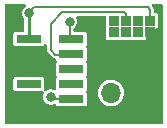
<source format=gtl>
%TF.GenerationSoftware,KiCad,Pcbnew,7.0.1-0*%
%TF.CreationDate,2023-03-19T00:13:04-06:00*%
%TF.ProjectId,bomu-programmer,626f6d75-2d70-4726-9f67-72616d6d6572,rev?*%
%TF.SameCoordinates,Original*%
%TF.FileFunction,Copper,L1,Top*%
%TF.FilePolarity,Positive*%
%FSLAX46Y46*%
G04 Gerber Fmt 4.6, Leading zero omitted, Abs format (unit mm)*
G04 Created by KiCad (PCBNEW 7.0.1-0) date 2023-03-19 00:13:04*
%MOMM*%
%LPD*%
G01*
G04 APERTURE LIST*
%TA.AperFunction,ComponentPad*%
%ADD10R,1.700000X1.700000*%
%TD*%
%TA.AperFunction,ComponentPad*%
%ADD11O,1.700000X1.700000*%
%TD*%
%TA.AperFunction,ComponentPad*%
%ADD12R,0.850000X0.850000*%
%TD*%
%TA.AperFunction,SMDPad,CuDef*%
%ADD13R,2.100000X0.750000*%
%TD*%
%TA.AperFunction,ViaPad*%
%ADD14C,0.800000*%
%TD*%
%TA.AperFunction,Conductor*%
%ADD15C,0.250000*%
%TD*%
%TA.AperFunction,Conductor*%
%ADD16C,0.127000*%
%TD*%
G04 APERTURE END LIST*
D10*
%TO.P,J2,1,Pin_1*%
%TO.N,GND*%
X201900000Y-56300000D03*
D11*
%TO.P,J2,2,Pin_2*%
%TO.N,+3V3*%
X201900000Y-58840000D03*
%TD*%
D12*
%TO.P,P1,1,3V3*%
%TO.N,+3V3*%
X205190000Y-52720000D03*
%TO.P,P1,2,GND*%
%TO.N,GND*%
X205190000Y-53720000D03*
%TO.P,P1,3,SWDIO*%
%TO.N,Net-(J1-SWDIO{slash}TMS)*%
X204190000Y-52720000D03*
%TO.P,P1,4,NC*%
%TO.N,unconnected-(P1-NC-Pad4)*%
X204190000Y-53720000D03*
%TO.P,P1,5,SWCLK*%
%TO.N,Net-(J1-SWDCLK{slash}TCK)*%
X203190000Y-52720000D03*
%TO.P,P1,6,NFC-*%
%TO.N,unconnected-(P1-NFC--Pad6)*%
X203190000Y-53720000D03*
%TO.P,P1,7,RESET*%
%TO.N,Net-(J1-~{RESET})*%
X202190000Y-52720000D03*
%TO.P,P1,8,NFC+*%
%TO.N,unconnected-(P1-NFC+-Pad8)*%
X202190000Y-53720000D03*
%TD*%
D13*
%TO.P,J1,1,VTref*%
%TO.N,+3V3*%
X194950000Y-54280003D03*
%TO.P,J1,2,SWDIO/TMS*%
%TO.N,Net-(J1-SWDIO{slash}TMS)*%
X198550000Y-54280003D03*
%TO.P,J1,3,GND*%
%TO.N,GND*%
X194950000Y-55550003D03*
%TO.P,J1,4,SWDCLK/TCK*%
%TO.N,Net-(J1-SWDCLK{slash}TCK)*%
X198550000Y-55550003D03*
%TO.P,J1,5,GND*%
%TO.N,GND*%
X194950000Y-56820003D03*
%TO.P,J1,6,SWO/TDO*%
%TO.N,unconnected-(J1-SWO{slash}TDO-Pad6)*%
X198550000Y-56820003D03*
%TO.P,J1,7,KEY*%
%TO.N,unconnected-(J1-KEY-Pad7)*%
X194950000Y-58090003D03*
%TO.P,J1,8,NC/TDI*%
%TO.N,unconnected-(J1-NC{slash}TDI-Pad8)*%
X198550000Y-58090003D03*
%TO.P,J1,9,GNDDetect*%
%TO.N,GND*%
X194950000Y-59360003D03*
%TO.P,J1,10,~{RESET}*%
%TO.N,Net-(J1-~{RESET})*%
X198550000Y-59360003D03*
%TD*%
D14*
%TO.N,Net-(J1-SWDIO{slash}TMS)*%
X198400000Y-52800000D03*
%TO.N,Net-(J1-~{RESET})*%
X196800000Y-59200000D03*
%TO.N,+3V3*%
X195000000Y-52100000D03*
%TD*%
D15*
%TO.N,+3V3*%
X194950000Y-54280003D02*
X194950000Y-52150000D01*
X194950000Y-52150000D02*
X195000000Y-52100000D01*
D16*
X195400000Y-51600000D02*
X195000000Y-52000000D01*
X195000000Y-52000000D02*
X195000000Y-52100000D01*
%TO.N,Net-(J1-SWDIO{slash}TMS)*%
X198400000Y-54130003D02*
X198550000Y-54280003D01*
X198400000Y-52800000D02*
X198400000Y-54130003D01*
%TO.N,GND*%
X193400000Y-57000000D02*
X193600000Y-56800000D01*
X193849997Y-55550003D02*
X193400000Y-56000000D01*
X205190000Y-55900000D02*
X205190000Y-59910000D01*
X195600000Y-60600000D02*
X194950000Y-59950000D01*
X193600000Y-56800000D02*
X194929997Y-56800000D01*
X193400000Y-56000000D02*
X193400000Y-57000000D01*
D15*
X201900000Y-56300000D02*
X204790000Y-56300000D01*
X204790000Y-56300000D02*
X205190000Y-55900000D01*
D16*
X194950000Y-55550003D02*
X193849997Y-55550003D01*
X193560003Y-59360003D02*
X193400000Y-59200000D01*
X194950000Y-59360003D02*
X193560003Y-59360003D01*
X205190000Y-53720000D02*
X205190000Y-55900000D01*
X194950000Y-59950000D02*
X194950000Y-59360003D01*
X205190000Y-59910000D02*
X204500000Y-60600000D01*
X194929997Y-56800000D02*
X194950000Y-56820003D01*
X193400000Y-59200000D02*
X193400000Y-57000000D01*
X204500000Y-60600000D02*
X195600000Y-60600000D01*
%TO.N,Net-(J1-SWDCLK{slash}TCK)*%
X203000000Y-52000000D02*
X197800000Y-52000000D01*
X203190000Y-52720000D02*
X203190000Y-52190000D01*
X203190000Y-52190000D02*
X203000000Y-52000000D01*
X197800000Y-52000000D02*
X196800000Y-53000000D01*
X196800000Y-55200000D02*
X197200000Y-55600000D01*
X196800000Y-53000000D02*
X196800000Y-55200000D01*
X197200000Y-55600000D02*
X198500003Y-55600000D01*
X198500003Y-55600000D02*
X198550000Y-55550003D01*
%TO.N,Net-(J1-~{RESET})*%
X196800000Y-59200000D02*
X196960003Y-59360003D01*
X196960003Y-59360003D02*
X198550000Y-59360003D01*
%TO.N,+3V3*%
X194950000Y-52050000D02*
X195000000Y-52100000D01*
X205000000Y-51600000D02*
X195400000Y-51600000D01*
X205190000Y-52720000D02*
X205190000Y-52395680D01*
X205200000Y-52385680D02*
X205200000Y-51800000D01*
X205200000Y-51800000D02*
X205000000Y-51600000D01*
X205190000Y-52395680D02*
X205200000Y-52385680D01*
%TD*%
%TA.AperFunction,Conductor*%
%TO.N,GND*%
G36*
X194648577Y-51327892D02*
G01*
X194694820Y-51375266D01*
X194710663Y-51439544D01*
X194691733Y-51502982D01*
X194643256Y-51548066D01*
X194625470Y-51557401D01*
X194625471Y-51557401D01*
X194506501Y-51662799D01*
X194416212Y-51793605D01*
X194359850Y-51942219D01*
X194340693Y-52099999D01*
X194359850Y-52257780D01*
X194416212Y-52406394D01*
X194506502Y-52537201D01*
X194528055Y-52556296D01*
X194559400Y-52598896D01*
X194570500Y-52650607D01*
X194570500Y-53524504D01*
X194553619Y-53587504D01*
X194507500Y-53633623D01*
X194444500Y-53650504D01*
X193874932Y-53650504D01*
X193800699Y-53665268D01*
X193716515Y-53721518D01*
X193660266Y-53805701D01*
X193645500Y-53879936D01*
X193645500Y-54680071D01*
X193660265Y-54754303D01*
X193716515Y-54838487D01*
X193772764Y-54876071D01*
X193800699Y-54894737D01*
X193874933Y-54909503D01*
X196025066Y-54909502D01*
X196025068Y-54909502D01*
X196074556Y-54899658D01*
X196099301Y-54894737D01*
X196183484Y-54838487D01*
X196239734Y-54754304D01*
X196239734Y-54754303D01*
X196251235Y-54737091D01*
X196298797Y-54694826D01*
X196360947Y-54681190D01*
X196421835Y-54699660D01*
X196465935Y-54745527D01*
X196482000Y-54807093D01*
X196482000Y-55180608D01*
X196481521Y-55191589D01*
X196478323Y-55228143D01*
X196487818Y-55263579D01*
X196490196Y-55274309D01*
X196496815Y-55311849D01*
X196506527Y-55335294D01*
X196528394Y-55366524D01*
X196534290Y-55375777D01*
X196552640Y-55407560D01*
X196580751Y-55431148D01*
X196588843Y-55438563D01*
X196961425Y-55811144D01*
X196968851Y-55819248D01*
X196992440Y-55847360D01*
X197024225Y-55865710D01*
X197033479Y-55871606D01*
X197063534Y-55892651D01*
X197063535Y-55892651D01*
X197064712Y-55893475D01*
X197088146Y-55903182D01*
X197089558Y-55903431D01*
X197089560Y-55903432D01*
X197125697Y-55909803D01*
X197136419Y-55912180D01*
X197168001Y-55920643D01*
X197227351Y-55956218D01*
X197258966Y-56017770D01*
X197260265Y-56024303D01*
X197320868Y-56115001D01*
X197339682Y-56160421D01*
X197339682Y-56209584D01*
X197320868Y-56255005D01*
X197260266Y-56345701D01*
X197245500Y-56419936D01*
X197245500Y-57220071D01*
X197260265Y-57294303D01*
X197320868Y-57385001D01*
X197339682Y-57430421D01*
X197339682Y-57479584D01*
X197320868Y-57525005D01*
X197260266Y-57615701D01*
X197260265Y-57615702D01*
X197260266Y-57615702D01*
X197245501Y-57689934D01*
X197245500Y-57689937D01*
X197245500Y-58486221D01*
X197229248Y-58548119D01*
X197184684Y-58594050D01*
X197123305Y-58612164D01*
X197060947Y-58597788D01*
X197033793Y-58583537D01*
X196879471Y-58545500D01*
X196720529Y-58545500D01*
X196566207Y-58583537D01*
X196431007Y-58654495D01*
X196362473Y-58668531D01*
X196297013Y-58643846D01*
X196254811Y-58588050D01*
X196248875Y-58518347D01*
X196254500Y-58490070D01*
X196254499Y-57689937D01*
X196254499Y-57689936D01*
X196254499Y-57689934D01*
X196239734Y-57615702D01*
X196183484Y-57531518D01*
X196099301Y-57475269D01*
X196099300Y-57475268D01*
X196025066Y-57460503D01*
X193874931Y-57460503D01*
X193800699Y-57475268D01*
X193716515Y-57531518D01*
X193660266Y-57615701D01*
X193645500Y-57689936D01*
X193645500Y-58490071D01*
X193660265Y-58564303D01*
X193716515Y-58648487D01*
X193772765Y-58686071D01*
X193800699Y-58704737D01*
X193874933Y-58719503D01*
X196025066Y-58719502D01*
X196081099Y-58708357D01*
X196140242Y-58710770D01*
X196191759Y-58739925D01*
X196224276Y-58789387D01*
X196230619Y-58848241D01*
X196219059Y-58878321D01*
X196221638Y-58879300D01*
X196159850Y-59042219D01*
X196140693Y-59200000D01*
X196159850Y-59357780D01*
X196216212Y-59506394D01*
X196216213Y-59506395D01*
X196306502Y-59637201D01*
X196425471Y-59742599D01*
X196566207Y-59816463D01*
X196720529Y-59854500D01*
X196879469Y-59854500D01*
X196879471Y-59854500D01*
X197033793Y-59816463D01*
X197092285Y-59785763D01*
X197151474Y-59771333D01*
X197210515Y-59786359D01*
X197255605Y-59827329D01*
X197316515Y-59918486D01*
X197316516Y-59918487D01*
X197400699Y-59974737D01*
X197474933Y-59989503D01*
X199625066Y-59989502D01*
X199625068Y-59989502D01*
X199674556Y-59979658D01*
X199699301Y-59974737D01*
X199783484Y-59918487D01*
X199839734Y-59834304D01*
X199854500Y-59760070D01*
X199854499Y-58959937D01*
X199854499Y-58959934D01*
X199839734Y-58885702D01*
X199809197Y-58840000D01*
X200790767Y-58840000D01*
X200809654Y-59043819D01*
X200865672Y-59240702D01*
X200956910Y-59423933D01*
X200956912Y-59423935D01*
X201080268Y-59587285D01*
X201231538Y-59725186D01*
X201405573Y-59832944D01*
X201596444Y-59906888D01*
X201797653Y-59944500D01*
X202002345Y-59944500D01*
X202002347Y-59944500D01*
X202203556Y-59906888D01*
X202394427Y-59832944D01*
X202568462Y-59725186D01*
X202719732Y-59587285D01*
X202843088Y-59423935D01*
X202934328Y-59240701D01*
X202990345Y-59043821D01*
X203009232Y-58840000D01*
X202990345Y-58636179D01*
X202934328Y-58439299D01*
X202933585Y-58437807D01*
X202843089Y-58256066D01*
X202812886Y-58216072D01*
X202719732Y-58092715D01*
X202568462Y-57954814D01*
X202520087Y-57924861D01*
X202394428Y-57847056D01*
X202298991Y-57810083D01*
X202203556Y-57773112D01*
X202002347Y-57735500D01*
X201797653Y-57735500D01*
X201596443Y-57773112D01*
X201596444Y-57773112D01*
X201405571Y-57847056D01*
X201231539Y-57954813D01*
X201080267Y-58092716D01*
X200956910Y-58256066D01*
X200865672Y-58439297D01*
X200809654Y-58636180D01*
X200790767Y-58840000D01*
X199809197Y-58840000D01*
X199779131Y-58795004D01*
X199760317Y-58749583D01*
X199760317Y-58700420D01*
X199779132Y-58654999D01*
X199783482Y-58648487D01*
X199783484Y-58648487D01*
X199839734Y-58564304D01*
X199854500Y-58490070D01*
X199854499Y-57689937D01*
X199854499Y-57689936D01*
X199854499Y-57689934D01*
X199839734Y-57615702D01*
X199779131Y-57525004D01*
X199760317Y-57479583D01*
X199760317Y-57430420D01*
X199779132Y-57384999D01*
X199783482Y-57378487D01*
X199783484Y-57378487D01*
X199839734Y-57294304D01*
X199854500Y-57220070D01*
X199854499Y-56419937D01*
X199854499Y-56419936D01*
X199854499Y-56419934D01*
X199839734Y-56345702D01*
X199779131Y-56255004D01*
X199760317Y-56209583D01*
X199760317Y-56160420D01*
X199779132Y-56114999D01*
X199783482Y-56108487D01*
X199783484Y-56108487D01*
X199839734Y-56024304D01*
X199854500Y-55950070D01*
X199854499Y-55149937D01*
X199854499Y-55149936D01*
X199854499Y-55149934D01*
X199839734Y-55075702D01*
X199779131Y-54985004D01*
X199760317Y-54939583D01*
X199760317Y-54890420D01*
X199779132Y-54844999D01*
X199783482Y-54838487D01*
X199783484Y-54838487D01*
X199839734Y-54754304D01*
X199854500Y-54680070D01*
X199854499Y-53879937D01*
X199854499Y-53879936D01*
X199854499Y-53879934D01*
X199839734Y-53805702D01*
X199783484Y-53721518D01*
X199699301Y-53665269D01*
X199699296Y-53665268D01*
X199625067Y-53650503D01*
X199625066Y-53650503D01*
X198844000Y-53650503D01*
X198781000Y-53633622D01*
X198734881Y-53587503D01*
X198718000Y-53524503D01*
X198718000Y-53448437D01*
X198736170Y-53383255D01*
X198765579Y-53355568D01*
X198763077Y-53352744D01*
X198774527Y-53342599D01*
X198774529Y-53342599D01*
X198893498Y-53237201D01*
X198983787Y-53106395D01*
X199040149Y-52957782D01*
X199059307Y-52800000D01*
X199040149Y-52642218D01*
X198983787Y-52493605D01*
X198983785Y-52493603D01*
X198981919Y-52488681D01*
X198974650Y-52428813D01*
X198996035Y-52372424D01*
X199041176Y-52332433D01*
X199099731Y-52318000D01*
X201384500Y-52318000D01*
X201447500Y-52334881D01*
X201493619Y-52381000D01*
X201510500Y-52444000D01*
X201510500Y-53170068D01*
X201515543Y-53195423D01*
X201515543Y-53244575D01*
X201510500Y-53269932D01*
X201510500Y-54170068D01*
X201525265Y-54244300D01*
X201581515Y-54328484D01*
X201637765Y-54366068D01*
X201665699Y-54384734D01*
X201739933Y-54399500D01*
X202640066Y-54399499D01*
X202665420Y-54394456D01*
X202714576Y-54394456D01*
X202739933Y-54399500D01*
X203640066Y-54399499D01*
X203665420Y-54394456D01*
X203714576Y-54394456D01*
X203739933Y-54399500D01*
X204640066Y-54399499D01*
X204640068Y-54399499D01*
X204690002Y-54389567D01*
X204714301Y-54384734D01*
X204798484Y-54328484D01*
X204854734Y-54244301D01*
X204869500Y-54170067D01*
X204869499Y-53525498D01*
X204886380Y-53462499D01*
X204932499Y-53416380D01*
X204995499Y-53399499D01*
X205640068Y-53399499D01*
X205689556Y-53389655D01*
X205714301Y-53384734D01*
X205798484Y-53328484D01*
X205854734Y-53244301D01*
X205869500Y-53170067D01*
X205869499Y-52269934D01*
X205869499Y-52269931D01*
X205854734Y-52195699D01*
X205798484Y-52111515D01*
X205714301Y-52055266D01*
X205689999Y-52050432D01*
X205640067Y-52040500D01*
X205640066Y-52040500D01*
X205627895Y-52038079D01*
X205628252Y-52036280D01*
X205581000Y-52023619D01*
X205534881Y-51977500D01*
X205518000Y-51914500D01*
X205518000Y-51819394D01*
X205518479Y-51808414D01*
X205521677Y-51771857D01*
X205512177Y-51736405D01*
X205509801Y-51725686D01*
X205503182Y-51688144D01*
X205493475Y-51664710D01*
X205492137Y-51662799D01*
X205471604Y-51633474D01*
X205465705Y-51624213D01*
X205447361Y-51592440D01*
X205419248Y-51568851D01*
X205411144Y-51561424D01*
X205375315Y-51525595D01*
X205344577Y-51475436D01*
X205339961Y-51416789D01*
X205362474Y-51362439D01*
X205407207Y-51324233D01*
X205464410Y-51310500D01*
X206163500Y-51310500D01*
X206226500Y-51327381D01*
X206272619Y-51373500D01*
X206289500Y-51436500D01*
X206289500Y-61363500D01*
X206272619Y-61426500D01*
X206226500Y-61472619D01*
X206163500Y-61489500D01*
X193036500Y-61489500D01*
X192973500Y-61472619D01*
X192927381Y-61426500D01*
X192910500Y-61363500D01*
X192910500Y-51436500D01*
X192927381Y-51373500D01*
X192973500Y-51327381D01*
X193036500Y-51310500D01*
X194584700Y-51310500D01*
X194648577Y-51327892D01*
G37*
%TD.AperFunction*%
%TD*%
M02*

</source>
